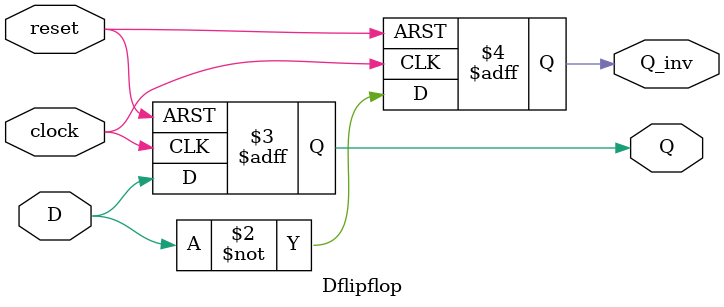
<source format=v>
`timescale 1ns / 1ps

module Dflipflop(Q, Q_inv, D, clock, reset);
    input D, clock, reset;
    output reg Q, Q_inv;
    always @(posedge clock or posedge reset)
    if (reset) begin
        Q <= 0;
        Q_inv <= 1; end
    else begin
        Q <= D;
        Q_inv <= ~D;
    end
    
endmodule

</source>
